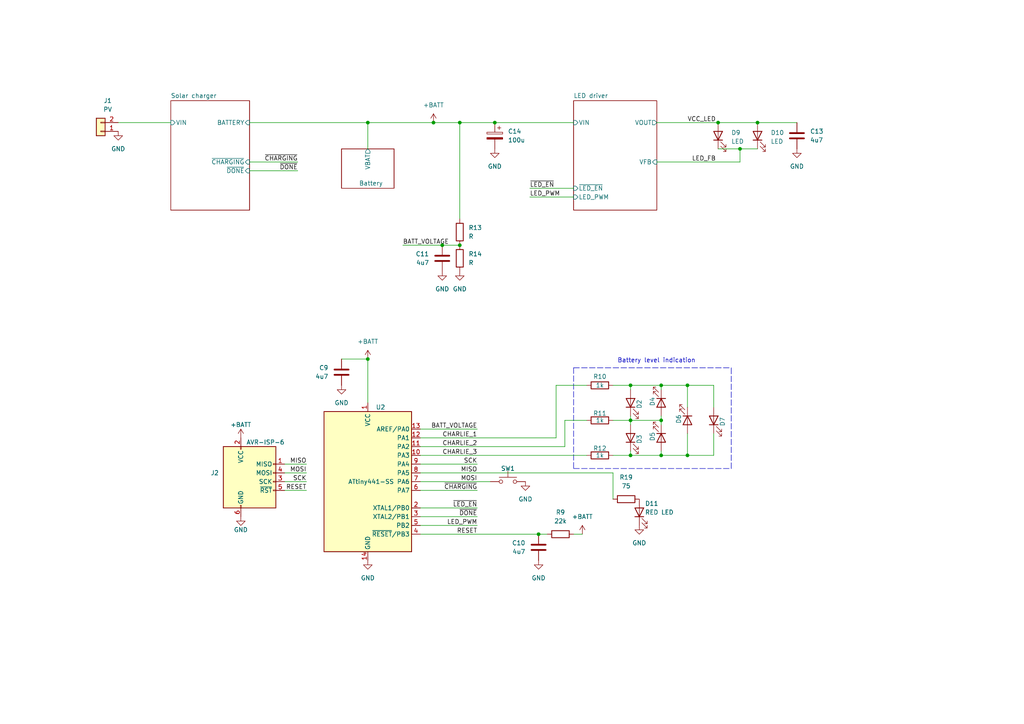
<source format=kicad_sch>
(kicad_sch (version 20210621) (generator eeschema)
  (paper "A4")
  (lib_symbols
    (symbol "Connector:AVR-ISP-6" (pin_names (offset 1.016))
      (property "Reference" "J" (at -6.35 11.43 0))
      (property "Value" "AVR-ISP-6" (at 0 11.43 0))
      (symbol "AVR-ISP-6_0_1"
        (rectangle (start -2.667 -6.858) (end -2.413 -7.62))
        (rectangle (start -2.667 10.16) (end -2.413 9.398))
        (rectangle (start 7.62 -2.413) (end 6.858 -2.667))
        (rectangle (start 7.62 0.127) (end 6.858 -0.127))
        (rectangle (start 7.62 2.667) (end 6.858 2.413))
        (rectangle (start 7.62 5.207) (end 6.858 4.953))
        (rectangle (start 7.62 10.16) (end -7.62 -7.62) (stroke (width 0.254)) (fill (type background)))
      )
      (symbol "AVR-ISP-6_1_1"
        (pin passive line (at 10.16 5.08 180) (length 2.54) (name "MISO") (number "1"))
        (pin passive line (at -2.54 12.7 270) (length 2.54) (name "VCC") (number "2"))
        (pin passive line (at 10.16 0 180) (length 2.54) (name "SCK") (number "3"))
        (pin passive line (at 10.16 2.54 180) (length 2.54) (name "MOSI") (number "4"))
        (pin passive line (at 10.16 -2.54 180) (length 2.54) (name "~{RST}") (number "5"))
        (pin passive line (at -2.54 -10.16 90) (length 2.54) (name "GND") (number "6"))
      )
    )
    (symbol "Connector_Generic:Conn_01x02" (pin_names (offset 1.016) hide)
      (property "Reference" "J" (at 0 2.54 0))
      (property "Value" "Conn_01x02" (at 0 -5.08 0))
      (symbol "Conn_01x02_1_1"
        (rectangle (start -1.27 -2.413) (end 0 -2.667) (stroke (width 0.1524)))
        (rectangle (start -1.27 0.127) (end 0 -0.127) (stroke (width 0.1524)))
        (rectangle (start -1.27 1.27) (end 1.27 -3.81) (stroke (width 0.254)) (fill (type background)))
        (pin passive line (at -5.08 0 0) (length 3.81) (name "Pin_1") (number "1"))
        (pin passive line (at -5.08 -2.54 0) (length 3.81) (name "Pin_2") (number "2"))
      )
    )
    (symbol "Device:C" (pin_numbers hide) (pin_names (offset 0.254))
      (property "Reference" "C" (at 0.635 2.54 0))
      (property "Value" "C" (at 0.635 -2.54 0))
      (symbol "C_0_1"
        (polyline (pts (xy -2.032 -0.762) (xy 2.032 -0.762)) (stroke (width 0.508)))
        (polyline (pts (xy -2.032 0.762) (xy 2.032 0.762)) (stroke (width 0.508)))
      )
      (symbol "C_1_1"
        (pin passive line (at 0 3.81 270) (length 2.794) (name "~") (number "1"))
        (pin passive line (at 0 -3.81 90) (length 2.794) (name "~") (number "2"))
      )
    )
    (symbol "Device:C_Polarized" (pin_numbers hide) (pin_names (offset 0.254))
      (property "Reference" "C" (at 0.635 2.54 0))
      (property "Value" "C_Polarized" (at 0.635 -2.54 0))
      (symbol "C_Polarized_0_1"
        (rectangle (start -2.286 0.508) (end 2.286 1.016))
        (polyline (pts (xy -1.778 2.286) (xy -0.762 2.286)))
        (polyline (pts (xy -1.27 2.794) (xy -1.27 1.778)))
        (rectangle (start 2.286 -0.508) (end -2.286 -1.016) (fill (type outline)))
      )
      (symbol "C_Polarized_1_1"
        (pin passive line (at 0 3.81 270) (length 2.794) (name "~") (number "1"))
        (pin passive line (at 0 -3.81 90) (length 2.794) (name "~") (number "2"))
      )
    )
    (symbol "Device:LED" (pin_numbers hide) (pin_names (offset 1.016) hide)
      (property "Reference" "D" (at 0 2.54 0))
      (property "Value" "LED" (at 0 -2.54 0))
      (symbol "LED_0_1"
        (polyline (pts (xy -1.27 -1.27) (xy -1.27 1.27)) (stroke (width 0.254)))
        (polyline (pts (xy -1.27 0) (xy 1.27 0)))
        (polyline (pts (xy 1.27 -1.27) (xy 1.27 1.27) (xy -1.27 0) (xy 1.27 -1.27)) (stroke (width 0.254)))
        (polyline (pts (xy -3.048 -0.762) (xy -4.572 -2.286) (xy -3.81 -2.286) (xy -4.572 -2.286) (xy -4.572 -1.524)))
        (polyline (pts (xy -1.778 -0.762) (xy -3.302 -2.286) (xy -2.54 -2.286) (xy -3.302 -2.286) (xy -3.302 -1.524)))
      )
      (symbol "LED_1_1"
        (pin passive line (at -3.81 0 0) (length 2.54) (name "K") (number "1"))
        (pin passive line (at 3.81 0 180) (length 2.54) (name "A") (number "2"))
      )
    )
    (symbol "Device:R" (pin_numbers hide) (pin_names (offset 0))
      (property "Reference" "R" (at 2.032 0 90))
      (property "Value" "R" (at 0 0 90))
      (symbol "R_0_1"
        (rectangle (start -1.016 -2.54) (end 1.016 2.54) (stroke (width 0.254)))
      )
      (symbol "R_1_1"
        (pin passive line (at 0 3.81 270) (length 1.27) (name "~") (number "1"))
        (pin passive line (at 0 -3.81 90) (length 1.27) (name "~") (number "2"))
      )
    )
    (symbol "LED_1" (pin_numbers hide) (pin_names (offset 1.016) hide)
      (property "Reference" "D11" (at 3.81 0.8891 90))
      (property "Value" "LED_1" (at 3.81 -1.6509 90))
      (symbol "LED_1_0_1"
        (polyline (pts (xy -1.27 -1.27) (xy -1.27 1.27)) (stroke (width 0.254)))
        (polyline (pts (xy -1.27 0) (xy 1.27 0)))
        (polyline (pts (xy 1.27 -1.27) (xy 1.27 1.27) (xy -1.27 0) (xy 1.27 -1.27)) (stroke (width 0.254)))
        (polyline (pts (xy -3.048 -0.762) (xy -4.572 -2.286) (xy -3.81 -2.286) (xy -4.572 -2.286) (xy -4.572 -1.524)))
        (polyline (pts (xy -1.778 -0.762) (xy -3.302 -2.286) (xy -2.54 -2.286) (xy -3.302 -2.286) (xy -3.302 -1.524)))
      )
      (symbol "LED_1_1_1"
        (pin passive line (at 3.81 0 180) (length 2.54) (name "A") (number "1"))
        (pin passive line (at -3.81 0 0) (length 2.54) (name "K") (number "2"))
      )
    )
    (symbol "MCU_Microchip_ATtiny:ATtiny441-SS"
      (property "Reference" "U" (at -12.7 21.59 0))
      (property "Value" "ATtiny441-SS" (at 2.54 -21.59 0))
      (symbol "ATtiny441-SS_0_1"
        (rectangle (start -12.7 -20.32) (end 12.7 20.32) (stroke (width 0.254)) (fill (type background)))
      )
      (symbol "ATtiny441-SS_1_1"
        (pin power_in line (at 0 22.86 270) (length 2.54) (name "VCC") (number "1"))
        (pin bidirectional line (at 15.24 7.62 180) (length 2.54) (name "PA3") (number "10"))
        (pin bidirectional line (at 15.24 10.16 180) (length 2.54) (name "PA2") (number "11"))
        (pin bidirectional line (at 15.24 12.7 180) (length 2.54) (name "PA1") (number "12"))
        (pin bidirectional line (at 15.24 15.24 180) (length 2.54) (name "AREF/PA0") (number "13"))
        (pin power_in line (at 0 -22.86 90) (length 2.54) (name "GND") (number "14"))
        (pin bidirectional line (at 15.24 -7.62 180) (length 2.54) (name "XTAL1/PB0") (number "2"))
        (pin bidirectional line (at 15.24 -10.16 180) (length 2.54) (name "XTAL2/PB1") (number "3"))
        (pin bidirectional line (at 15.24 -15.24 180) (length 2.54) (name "~{RESET}/PB3") (number "4"))
        (pin bidirectional line (at 15.24 -12.7 180) (length 2.54) (name "PB2") (number "5"))
        (pin bidirectional line (at 15.24 -2.54 180) (length 2.54) (name "PA7") (number "6"))
        (pin bidirectional line (at 15.24 0 180) (length 2.54) (name "PA6") (number "7"))
        (pin bidirectional line (at 15.24 2.54 180) (length 2.54) (name "PA5") (number "8"))
        (pin bidirectional line (at 15.24 5.08 180) (length 2.54) (name "PA4") (number "9"))
      )
    )
    (symbol "Switch:SW_Push" (pin_numbers hide) (pin_names (offset 1.016) hide)
      (property "Reference" "SW" (at 1.27 2.54 0))
      (property "Value" "SW_Push" (at 0 -1.524 0))
      (symbol "SW_Push_0_1"
        (circle (center -2.032 0) (radius 0.508))
        (polyline (pts (xy 0 1.27) (xy 0 3.048)))
        (polyline (pts (xy 2.54 1.27) (xy -2.54 1.27)))
        (circle (center 2.032 0) (radius 0.508))
        (pin passive line (at -5.08 0 0) (length 2.54) (name "1") (number "1"))
        (pin passive line (at 5.08 0 180) (length 2.54) (name "2") (number "2"))
      )
    )
    (symbol "power:+BATT" (power) (pin_names (offset 0))
      (property "Value" "+BATT" (at 0 3.556 0))
      (symbol "+BATT_0_1"
        (polyline (pts (xy -0.762 1.27) (xy 0 2.54)))
        (polyline (pts (xy 0 0) (xy 0 2.54)))
        (polyline (pts (xy 0 2.54) (xy 0.762 1.27)))
      )
      (symbol "+BATT_1_1"
        (pin power_in line (at 0 0 90) (length 0) hide (name "+BATT") (number "1"))
      )
    )
    (symbol "power:GND" (power) (pin_names (offset 0))
      (property "Value" "GND" (at 0 -3.81 0))
      (symbol "GND_0_1"
        (polyline (pts (xy 0 0) (xy 0 -1.27) (xy 1.27 -1.27) (xy 0 -2.54) (xy -1.27 -1.27) (xy 0 -1.27)))
      )
      (symbol "GND_1_1"
        (pin power_in line (at 0 0 270) (length 0) hide (name "GND") (number "1"))
      )
    )
  )
  (junction (at 125.73 35.56))
  (junction (at 219.71 35.56))
  (junction (at 199.39 132.08))
  (junction (at 106.68 35.56))
  (junction (at 133.35 35.56))
  (junction (at 208.28 35.56))
  (junction (at 191.77 111.76))
  (junction (at 106.68 104.14))
  (junction (at 191.77 121.92))
  (junction (at 199.39 111.76))
  (junction (at 133.35 71.12))
  (junction (at 156.21 154.94))
  (junction (at 191.77 132.08))
  (junction (at 143.51 35.56))
  (junction (at 182.88 132.08))
  (junction (at 128.27 71.12))
  (junction (at 182.88 121.92))
  (junction (at 214.63 43.18))
  (junction (at 182.88 111.76))
  (wire (pts (xy 82.55 137.16) (xy 88.9 137.16)))
  (wire (pts (xy 177.8 121.92) (xy 182.88 121.92)))
  (wire (pts (xy 106.68 104.14) (xy 106.68 116.84)))
  (wire (pts (xy 166.37 154.94) (xy 168.91 154.94)))
  (wire (pts (xy 191.77 111.76) (xy 199.39 111.76)))
  (wire (pts (xy 207.01 111.76) (xy 207.01 118.11)))
  (wire (pts (xy 199.39 111.76) (xy 207.01 111.76)))
  (wire (pts (xy 190.5 35.56) (xy 208.28 35.56)))
  (wire (pts (xy 116.84 71.12) (xy 128.27 71.12)))
  (wire (pts (xy 82.55 142.24) (xy 88.9 142.24)))
  (wire (pts (xy 161.29 111.76) (xy 170.18 111.76)))
  (wire (pts (xy 161.29 127) (xy 161.29 111.76)))
  (wire (pts (xy 121.92 127) (xy 161.29 127)))
  (wire (pts (xy 219.71 35.56) (xy 231.14 35.56)))
  (wire (pts (xy 177.8 137.16) (xy 177.8 144.78)))
  (wire (pts (xy 163.83 121.92) (xy 170.18 121.92)))
  (wire (pts (xy 163.83 129.54) (xy 163.83 121.92)))
  (wire (pts (xy 121.92 129.54) (xy 163.83 129.54)))
  (wire (pts (xy 182.88 120.65) (xy 182.88 121.92)))
  (wire (pts (xy 128.27 71.12) (xy 133.35 71.12)))
  (wire (pts (xy 182.88 132.08) (xy 191.77 132.08)))
  (wire (pts (xy 182.88 111.76) (xy 182.88 113.03)))
  (wire (pts (xy 177.8 132.08) (xy 182.88 132.08)))
  (wire (pts (xy 125.73 35.56) (xy 133.35 35.56)))
  (wire (pts (xy 133.35 35.56) (xy 143.51 35.56)))
  (wire (pts (xy 143.51 35.56) (xy 166.37 35.56)))
  (wire (pts (xy 153.67 57.15) (xy 166.37 57.15)))
  (wire (pts (xy 121.92 137.16) (xy 177.8 137.16)))
  (wire (pts (xy 72.39 46.99) (xy 86.36 46.99)))
  (wire (pts (xy 191.77 121.92) (xy 191.77 123.19)))
  (wire (pts (xy 191.77 120.65) (xy 191.77 121.92)))
  (wire (pts (xy 190.5 46.99) (xy 214.63 46.99)))
  (wire (pts (xy 214.63 46.99) (xy 214.63 43.18)))
  (wire (pts (xy 121.92 134.62) (xy 138.43 134.62)))
  (wire (pts (xy 177.8 111.76) (xy 182.88 111.76)))
  (polyline (pts (xy 212.09 135.89) (xy 212.09 106.68)))
  (polyline (pts (xy 166.37 135.89) (xy 212.09 135.89)))
  (polyline (pts (xy 166.37 106.68) (xy 212.09 106.68)))
  (polyline (pts (xy 166.37 106.68) (xy 166.37 135.89)))
  (wire (pts (xy 121.92 149.86) (xy 138.43 149.86)))
  (wire (pts (xy 99.06 104.14) (xy 106.68 104.14)))
  (wire (pts (xy 121.92 132.08) (xy 170.18 132.08)))
  (wire (pts (xy 121.92 142.24) (xy 138.43 142.24)))
  (wire (pts (xy 121.92 139.7) (xy 142.24 139.7)))
  (wire (pts (xy 106.68 35.56) (xy 106.68 43.18)))
  (wire (pts (xy 34.29 35.56) (xy 49.53 35.56)))
  (wire (pts (xy 82.55 139.7) (xy 88.9 139.7)))
  (wire (pts (xy 153.67 54.61) (xy 166.37 54.61)))
  (wire (pts (xy 121.92 147.32) (xy 138.43 147.32)))
  (wire (pts (xy 133.35 35.56) (xy 133.35 63.5)))
  (wire (pts (xy 208.28 35.56) (xy 219.71 35.56)))
  (wire (pts (xy 121.92 124.46) (xy 138.43 124.46)))
  (wire (pts (xy 82.55 134.62) (xy 88.9 134.62)))
  (wire (pts (xy 199.39 111.76) (xy 199.39 118.11)))
  (wire (pts (xy 106.68 35.56) (xy 125.73 35.56)))
  (wire (pts (xy 72.39 35.56) (xy 106.68 35.56)))
  (wire (pts (xy 121.92 154.94) (xy 156.21 154.94)))
  (wire (pts (xy 156.21 154.94) (xy 158.75 154.94)))
  (wire (pts (xy 182.88 111.76) (xy 191.77 111.76)))
  (wire (pts (xy 208.28 43.18) (xy 214.63 43.18)))
  (wire (pts (xy 214.63 43.18) (xy 219.71 43.18)))
  (wire (pts (xy 191.77 130.81) (xy 191.77 132.08)))
  (wire (pts (xy 199.39 125.73) (xy 199.39 132.08)))
  (wire (pts (xy 182.88 121.92) (xy 182.88 123.19)))
  (wire (pts (xy 72.39 49.53) (xy 86.36 49.53)))
  (wire (pts (xy 191.77 111.76) (xy 191.77 113.03)))
  (wire (pts (xy 182.88 130.81) (xy 182.88 132.08)))
  (wire (pts (xy 182.88 121.92) (xy 191.77 121.92)))
  (wire (pts (xy 191.77 132.08) (xy 199.39 132.08)))
  (wire (pts (xy 199.39 132.08) (xy 207.01 132.08)))
  (wire (pts (xy 207.01 132.08) (xy 207.01 125.73)))
  (wire (pts (xy 121.92 152.4) (xy 138.43 152.4)))
  (text "Battery level indication" (at 179.07 105.41 0) (effects (font (size 1.27 1.27)) (justify left bottom)))
  (label "RESET" (at 88.9 142.24 180))
  (label "VCC_LED" (at 199.39 35.56 0))
  (label "RESET" (at 138.43 154.94 180))
  (label "CHARLIE_2" (at 138.43 129.54 180))
  (label "MISO" (at 138.43 137.16 180))
  (label "SCK" (at 138.43 134.62 180))
  (label "LED_FB" (at 200.66 46.99 0))
  (label "~{DONE}" (at 86.36 49.53 180))
  (label "~{CHARGING}" (at 86.36 46.99 180))
  (label "~{LED_EN}" (at 138.43 147.32 180))
  (label "BATT_VOLTAGE" (at 116.84 71.12 0))
  (label "LED_PWM" (at 138.43 152.4 180))
  (label "CHARLIE_3" (at 138.43 132.08 180))
  (label "MOSI" (at 88.9 137.16 180))
  (label "~{CHARGING}" (at 138.43 142.24 180))
  (label "BATT_VOLTAGE" (at 138.43 124.46 180))
  (label "~{DONE}" (at 138.43 149.86 180))
  (label "MOSI" (at 138.43 139.7 180))
  (label "LED_PWM" (at 153.67 57.15 0))
  (label "~{LED_EN}" (at 153.67 54.61 0))
  (label "SCK" (at 88.9 139.7 180))
  (label "CHARLIE_1" (at 138.43 127 180))
  (label "MISO" (at 88.9 134.62 180))
  (symbol (lib_id "power:+BATT") (at 69.85 127 0) (unit 1)
    (property "Reference" "#PWR0111" (effects hide))
    (property "Value" "+BATT" (at 69.85 123.19 0))
  )
  (symbol (lib_id "Device:LED") (at 182.88 127 90) (unit 1)
    (property "Reference" "D3" (at 185.42 127.381 0))
    (property "Value" "LED" (effects hide))
    (property "Footprint" "Diode_SMD:D_0603_1608Metric" (effects hide))
  )
  (symbol (lib_id "Device:R") (at 173.99 111.76 90) (unit 1)
    (property "Reference" "R10" (at 173.99 109.22 90))
    (property "Value" "1k" (at 173.99 111.76 90))
    (property "Footprint" "Resistor_SMD:R_0603_1608Metric" (effects hide))
  )
  (symbol (lib_id "power:GND") (at 69.85 149.86 0) (unit 1)
    (property "Reference" "#PWR0110" (effects hide))
    (property "Value" "GND" (at 69.85 153.67 0))
  )
  (symbol (lib_id "power:GND") (at 152.4 139.7 0) (unit 1)
    (property "Reference" "#PWR0115" (effects hide))
    (property "Value" "GND" (at 152.4 144.78 0))
  )
  (symbol (lib_id "Device:R") (at 133.35 74.93 180) (unit 1)
    (property "Reference" "R14" (at 135.89 73.6599 0) (effects (justify right)))
    (property "Value" "R" (at 135.89 76.1999 0) (effects (justify right)))
    (property "Footprint" "Resistor_SMD:R_0603_1608Metric" (effects hide))
  )
  (symbol (lib_id "power:+BATT") (at 106.68 104.14 0) (unit 1)
    (property "Reference" "#PWR0112" (effects hide))
    (property "Value" "+BATT" (at 106.68 99.06 0))
  )
  (symbol (lib_id "Device:R") (at 133.35 67.31 180) (unit 1)
    (property "Reference" "R13" (at 135.89 66.0399 0) (effects (justify right)))
    (property "Value" "R" (at 135.89 68.5799 0) (effects (justify right)))
    (property "Footprint" "Resistor_SMD:R_0603_1608Metric" (effects hide))
  )
  (symbol (lib_id "Device:C") (at 231.14 39.37 0) (unit 1)
    (property "Reference" "C13" (at 234.95 38.0999 0) (effects (justify left)))
    (property "Value" "4u7" (at 234.95 40.6399 0) (effects (justify left)))
    (property "Footprint" "Capacitor_SMD:C_0603_1608Metric" (effects hide))
  )
  (symbol (lib_id "Device:LED") (at 182.88 116.84 90) (unit 1)
    (property "Reference" "D2" (at 185.42 117.221 0))
    (property "Value" "LED" (effects hide))
    (property "Footprint" "Diode_SMD:D_0603_1608Metric" (effects hide))
  )
  (symbol (lib_id "Device:R") (at 181.61 144.78 90) (mirror x) (unit 1)
    (property "Reference" "R19" (at 181.61 138.43 90))
    (property "Value" "75" (at 181.61 140.97 90))
    (property "Footprint" "Resistor_SMD:R_0603_1608Metric" (effects hide))
  )
  (symbol (lib_id "Device:R") (at 173.99 121.92 90) (unit 1)
    (property "Reference" "R11" (at 173.99 119.888 90))
    (property "Value" "1k" (at 173.99 121.92 90))
    (property "Footprint" "Resistor_SMD:R_0603_1608Metric" (effects hide))
  )
  (symbol (lib_id "MCU_Microchip_ATtiny:ATtiny441-SS") (at 106.68 139.7 0) (unit 1)
    (property "Reference" "U2" (at 111.76 118.1099 0) (effects (justify right)))
    (property "Value" "ATtiny441-SS" (at 114.3 139.6999 0) (effects (justify right)))
    (property "Footprint" "Package_SO:SOIC-14_3.9x8.7mm_P1.27mm" (effects hide))
    (property "Datasheet" "http://ww1.microchip.com/downloads/en/DeviceDoc/Atmel-8495-8-bit-AVR-Microcontrollers-ATtiny441-ATtiny841_Datasheet.pdf" (effects hide))
  )
  (symbol (lib_id "Device:R") (at 162.56 154.94 90) (mirror x) (unit 1)
    (property "Reference" "R9" (at 162.56 148.59 90))
    (property "Value" "22k" (at 162.56 151.13 90))
    (property "Footprint" "Resistor_SMD:R_0603_1608Metric" (effects hide))
  )
  (symbol (lib_id "Switch:SW_Push") (at 147.32 139.7 0) (unit 1)
    (property "Reference" "SW1" (at 147.32 135.89 0))
    (property "Value" "SW_Push" (effects hide))
    (property "Footprint" "Button_Switch_SMD:SW_Push_1P1T_NO_6x6mm_H9.5mm" (effects hide))
    (property "Manufacturer" "TE Connectivity" (effects hide))
    (property "PartNo" "1571407-2" (effects hide))
  )
  (symbol (lib_id "Device:R") (at 173.99 132.08 90) (unit 1)
    (property "Reference" "R12" (at 173.99 130.048 90))
    (property "Value" "1k" (at 173.99 132.08 90))
    (property "Footprint" "Resistor_SMD:R_0603_1608Metric" (effects hide))
  )
  (symbol (lib_id "power:GND") (at 128.27 78.74 0) (unit 1)
    (property "Reference" "#PWR0103" (effects hide))
    (property "Value" "GND" (at 128.27 83.82 0))
  )
  (symbol (lib_id "power:+BATT") (at 168.91 154.94 0) (unit 1)
    (property "Reference" "#PWR0116" (effects hide))
    (property "Value" "+BATT" (at 168.91 149.86 0))
  )
  (symbol (lib_id "Device:LED") (at 207.01 121.92 90) (unit 1)
    (property "Reference" "D7" (at 209.55 122.301 0))
    (property "Value" "LED" (effects hide))
    (property "Footprint" "Diode_SMD:D_0603_1608Metric" (effects hide))
  )
  (symbol (lib_id "Device:LED") (at 191.77 127 270) (unit 1)
    (property "Reference" "D5" (at 189.23 126.619 0))
    (property "Value" "LED" (effects hide))
    (property "Footprint" "Diode_SMD:D_0603_1608Metric" (effects hide))
  )
  (symbol (lib_id "Device:C") (at 99.06 107.95 0) (mirror x) (unit 1)
    (property "Reference" "C9" (at 95.25 106.6799 0) (effects (justify right)))
    (property "Value" "4u7" (at 95.25 109.2199 0) (effects (justify right)))
    (property "Footprint" "Capacitor_SMD:C_0603_1608Metric" (effects hide))
  )
  (symbol (lib_id "Device:C") (at 128.27 74.93 0) (mirror x) (unit 1)
    (property "Reference" "C11" (at 124.46 73.6599 0) (effects (justify right)))
    (property "Value" "4u7" (at 124.46 76.1999 0) (effects (justify right)))
    (property "Footprint" "Capacitor_SMD:C_0603_1608Metric" (effects hide))
  )
  (symbol (lib_id "Device:LED") (at 219.71 39.37 90) (unit 1)
    (property "Reference" "D10" (at 223.52 38.4809 90) (effects (justify right)))
    (property "Value" "LED" (at 223.52 41.0209 90) (effects (justify right)))
    (property "Footprint" "miceuz-lib:DS207" (effects hide))
  )
  (symbol (lib_id "Connector_Generic:Conn_01x02") (at 29.21 38.1 180) (unit 1)
    (property "Reference" "J1" (at 31.242 29.21 0))
    (property "Value" "PV" (at 31.242 31.75 0))
    (property "Footprint" "Connector_PinHeader_2.54mm:PinHeader_1x02_P2.54mm_Vertical" (effects hide))
  )
  (symbol (lib_id "Device:LED") (at 199.39 121.92 270) (unit 1)
    (property "Reference" "D6" (at 196.85 121.539 0))
    (property "Value" "LED" (effects hide))
    (property "Footprint" "Diode_SMD:D_0603_1608Metric" (effects hide))
  )
  (symbol (lib_id "power:GND") (at 185.42 152.4 0) (unit 1)
    (property "Reference" "#PWR03" (effects hide))
    (property "Value" "GND" (at 185.42 157.48 0))
  )
  (symbol (lib_id "Device:C") (at 156.21 158.75 0) (mirror x) (unit 1)
    (property "Reference" "C10" (at 152.4 157.4799 0) (effects (justify right)))
    (property "Value" "4u7" (at 152.4 160.0199 0) (effects (justify right)))
    (property "Footprint" "Capacitor_SMD:C_0603_1608Metric" (effects hide))
  )
  (symbol (lib_id "power:GND") (at 143.51 43.18 0) (unit 1)
    (property "Reference" "#PWR02" (effects hide))
    (property "Value" "GND" (at 143.51 48.26 0))
  )
  (symbol (lib_id "power:GND") (at 231.14 43.18 0) (unit 1)
    (property "Reference" "#PWR0109" (effects hide))
    (property "Value" "GND" (at 231.14 48.26 0))
  )
  (symbol (lib_id "power:GND") (at 34.29 38.1 0) (unit 1)
    (property "Reference" "#PWR01" (effects hide))
    (property "Value" "GND" (at 34.29 43.18 0))
  )
  (symbol (lib_name "LED_1") (lib_id "Device:LED") (at 185.42 148.59 90) (unit 1)
    (property "Reference" "D11" (at 187.0709 146.05 90) (effects (justify right)))
    (property "Value" "RED LED" (at 187.0709 148.59 90) (effects (justify right)))
    (property "Footprint" "LED_SMD:LED_PLCC-2" (effects hide))
    (property "Manufacturer" "Cree" (effects hide))
    (property "PartNo" "CLM1B-RKW-CUbVbAA3" (effects hide))
  )
  (symbol (lib_id "Device:LED") (at 191.77 116.84 270) (unit 1)
    (property "Reference" "D4" (at 189.23 116.459 0))
    (property "Value" "LED" (effects hide))
    (property "Footprint" "Diode_SMD:D_0603_1608Metric" (effects hide))
  )
  (symbol (lib_id "power:GND") (at 106.68 162.56 0) (unit 1)
    (property "Reference" "#PWR0114" (effects hide))
    (property "Value" "GND" (at 106.68 167.64 0))
  )
  (symbol (lib_id "Device:LED") (at 208.28 39.37 90) (unit 1)
    (property "Reference" "D9" (at 212.09 38.4809 90) (effects (justify right)))
    (property "Value" "LED" (at 212.09 41.0209 90) (effects (justify right)))
    (property "Footprint" "miceuz-lib:DS207" (effects hide))
  )
  (symbol (lib_id "Connector:AVR-ISP-6") (at 72.39 139.7 0) (unit 1)
    (property "Reference" "J2" (at 63.5 137.1599 0) (effects (justify right)))
    (property "Value" "AVR-ISP-6" (at 82.55 128.2699 0) (effects (justify right)))
    (property "Footprint" "Connector_PinHeader_2.54mm:PinHeader_2x03_P2.54mm_Vertical" (effects hide))
    (property "Datasheet" " ~" (effects hide))
  )
  (symbol (lib_id "power:GND") (at 156.21 162.56 0) (unit 1)
    (property "Reference" "#PWR0117" (effects hide))
    (property "Value" "GND" (at 156.21 167.64 0))
  )
  (symbol (lib_id "Device:C_Polarized") (at 143.51 39.37 0) (mirror y) (unit 1)
    (property "Reference" "C14" (at 147.32 38.0999 0) (effects (justify right)))
    (property "Value" "100u" (at 147.32 40.6399 0) (effects (justify right)))
    (property "Footprint" "Capacitor_SMD:CP_Elec_6.3x5.4_Nichicon" (effects hide))
    (property "Manufacturer" "KEMET" (effects hide))
    (property "PartNo" "EEV107M016S9GAA" (effects hide))
  )
  (symbol (lib_id "power:GND") (at 133.35 78.74 0) (unit 1)
    (property "Reference" "#PWR0101" (effects hide))
    (property "Value" "GND" (at 133.35 83.82 0))
  )
  (symbol (lib_id "power:GND") (at 99.06 111.76 0) (unit 1)
    (property "Reference" "#PWR0113" (effects hide))
    (property "Value" "GND" (at 99.06 116.84 0))
  )
  (symbol (lib_id "power:+BATT") (at 125.73 35.56 0) (unit 1)
    (property "Reference" "#PWR0102" (effects hide))
    (property "Value" "+BATT" (at 125.73 30.48 0))
  )
  (sheet (at 49.53 29.21) (size 22.86 31.75) (stroke (width 0.1524))
    (property "Sheet name" "Solar charger" (at 49.53 28.4984 0) (effects (justify left bottom)))
    (property "Sheet file" "solar_charger.kicad_sch" (effects hide))
    (pin "~{CHARGING}" input (at 72.39 46.99 0))
    (pin "~{DONE}" input (at 72.39 49.53 0))
    (pin "BATTERY" input (at 72.39 35.56 0))
    (pin "VIN" input (at 49.53 35.56 180))
  )
  (sheet (at 99.06 43.18) (size 15.24 11.43) (stroke (width 0.1524))
    (property "Sheet name" "Battery" (at 104.14 53.8984 0) (effects (justify left bottom)))
    (property "Sheet file" "battery.kicad_sch" (effects hide))
    (pin "VBAT" output (at 106.68 43.18 90))
  )
  (sheet (at 166.37 29.21) (size 24.13 31.75) (stroke (width 0.1524))
    (property "Sheet name" "LED driver" (at 166.37 28.4984 0) (effects (justify left bottom)))
    (property "Sheet file" "led_driver.kicad_sch" (effects hide))
    (pin "VFB" input (at 190.5 46.99 0))
    (pin "VOUT" output (at 190.5 35.56 0))
    (pin "LED_PWM" input (at 166.37 57.15 180))
    (pin "~{LED_EN}" input (at 166.37 54.61 180))
    (pin "VIN" input (at 166.37 35.56 180))
  )
)
</source>
